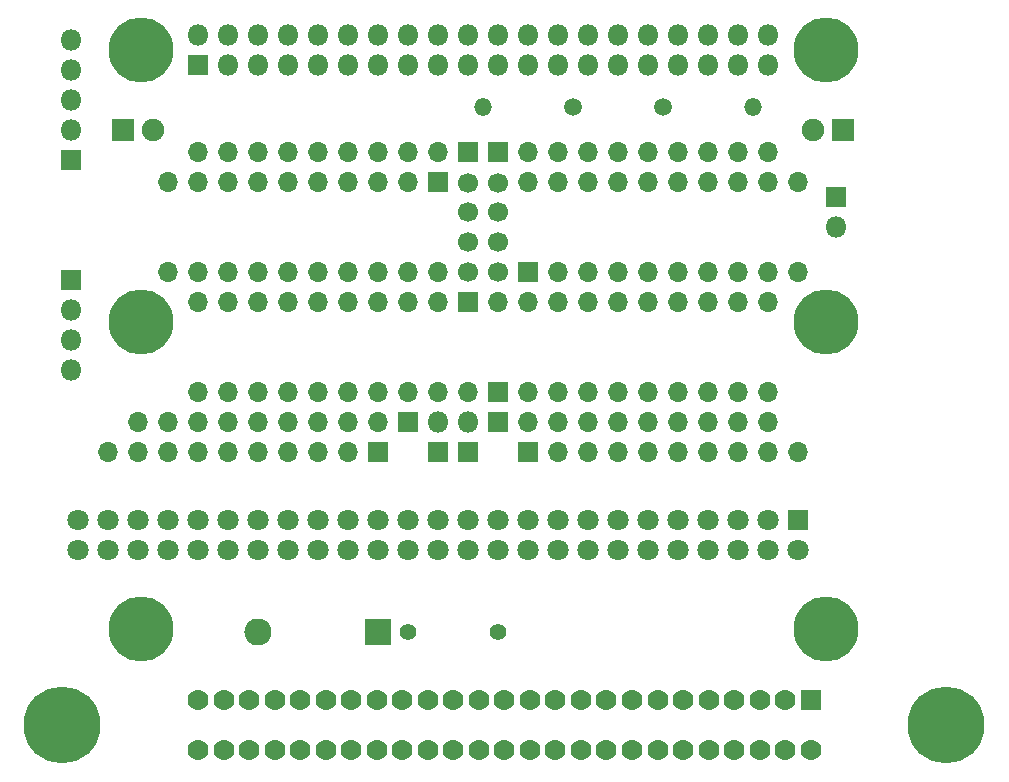
<source format=gbr>
G04 #@! TF.GenerationSoftware,KiCad,Pcbnew,(5.1.6)-1*
G04 #@! TF.CreationDate,2020-08-01T01:33:13+02:00*
G04 #@! TF.ProjectId,rascsi_din,72617363-7369-45f6-9469-6e2e6b696361,rev?*
G04 #@! TF.SameCoordinates,Original*
G04 #@! TF.FileFunction,Soldermask,Bot*
G04 #@! TF.FilePolarity,Negative*
%FSLAX46Y46*%
G04 Gerber Fmt 4.6, Leading zero omitted, Abs format (unit mm)*
G04 Created by KiCad (PCBNEW (5.1.6)-1) date 2020-08-01 01:33:13*
%MOMM*%
%LPD*%
G01*
G04 APERTURE LIST*
%ADD10C,1.776400*%
%ADD11R,1.776400X1.776400*%
%ADD12C,6.500000*%
%ADD13C,1.700000*%
%ADD14R,2.300000X2.300000*%
%ADD15O,2.300000X2.300000*%
%ADD16C,1.500000*%
%ADD17O,1.500000X1.500000*%
%ADD18R,1.700000X1.700000*%
%ADD19O,1.700000X1.700000*%
%ADD20R,1.800000X1.800000*%
%ADD21C,1.800000*%
%ADD22C,1.422400*%
%ADD23O,1.800000X1.800000*%
%ADD24C,5.500000*%
%ADD25C,0.900000*%
%ADD26R,1.900000X1.900000*%
%ADD27C,1.900000*%
G04 APERTURE END LIST*
D10*
X234720000Y-105255000D03*
X232560000Y-105255000D03*
X230400000Y-105255000D03*
X228240000Y-105255000D03*
X226080000Y-105255000D03*
X223920000Y-105255000D03*
X221760000Y-105255000D03*
X219600000Y-105255000D03*
X217440000Y-105255000D03*
X215280000Y-105255000D03*
X213120000Y-105255000D03*
X210960000Y-105255000D03*
X208800000Y-105255000D03*
X206640000Y-105255000D03*
X204480000Y-105255000D03*
X202320000Y-105255000D03*
X200160000Y-105255000D03*
X198000000Y-105255000D03*
X195840000Y-105255000D03*
X193680000Y-105255000D03*
X191520000Y-105255000D03*
X189360000Y-105255000D03*
X187200000Y-105255000D03*
X185040000Y-105255000D03*
X182880000Y-105255000D03*
D11*
X234720000Y-100965000D03*
D10*
X232560000Y-100965000D03*
X230400000Y-100965000D03*
X228240000Y-100965000D03*
X226080000Y-100965000D03*
X223920000Y-100965000D03*
X221760000Y-100965000D03*
X219600000Y-100965000D03*
X217440000Y-100965000D03*
X215280000Y-100965000D03*
X213120000Y-100965000D03*
X210960000Y-100965000D03*
X208800000Y-100965000D03*
X206640000Y-100965000D03*
X204480000Y-100965000D03*
X202320000Y-100965000D03*
X200160000Y-100965000D03*
X198000000Y-100965000D03*
X195840000Y-100965000D03*
X193680000Y-100965000D03*
X191520000Y-100965000D03*
X189360000Y-100965000D03*
X187200000Y-100965000D03*
X185040000Y-100965000D03*
X182880000Y-100965000D03*
D12*
X171375000Y-103110000D03*
X246225000Y-103110000D03*
D13*
X208280000Y-62230000D03*
X208280000Y-64730000D03*
X205740000Y-57190000D03*
X205740000Y-59690000D03*
X205740000Y-64730000D03*
X205740000Y-62230000D03*
X208280000Y-57190000D03*
X208280000Y-59690000D03*
D14*
X198120000Y-95250000D03*
D15*
X187960000Y-95250000D03*
D16*
X222250000Y-50800000D03*
D17*
X229870000Y-50800000D03*
D18*
X208280000Y-77470000D03*
D19*
X210820000Y-77470000D03*
X213360000Y-77470000D03*
X215900000Y-77470000D03*
X218440000Y-77470000D03*
X220980000Y-77470000D03*
X223520000Y-77470000D03*
X226060000Y-77470000D03*
X228600000Y-77470000D03*
X231140000Y-77470000D03*
D18*
X200660000Y-77470000D03*
D19*
X198120000Y-77470000D03*
X195580000Y-77470000D03*
X193040000Y-77470000D03*
X190500000Y-77470000D03*
X187960000Y-77470000D03*
X185420000Y-77470000D03*
X182880000Y-77470000D03*
X180340000Y-77470000D03*
X177800000Y-77470000D03*
D18*
X205740000Y-54610000D03*
D19*
X203200000Y-54610000D03*
X200660000Y-54610000D03*
X198120000Y-54610000D03*
X195580000Y-54610000D03*
X193040000Y-54610000D03*
X190500000Y-54610000D03*
X187960000Y-54610000D03*
X185420000Y-54610000D03*
X182880000Y-54610000D03*
D18*
X210820000Y-64770000D03*
D19*
X233680000Y-57150000D03*
X213360000Y-64770000D03*
X231140000Y-57150000D03*
X215900000Y-64770000D03*
X228600000Y-57150000D03*
X218440000Y-64770000D03*
X226060000Y-57150000D03*
X220980000Y-64770000D03*
X223520000Y-57150000D03*
X223520000Y-64770000D03*
X220980000Y-57150000D03*
X226060000Y-64770000D03*
X218440000Y-57150000D03*
X228600000Y-64770000D03*
X215900000Y-57150000D03*
X231140000Y-64770000D03*
X213360000Y-57150000D03*
X233680000Y-64770000D03*
X210820000Y-57150000D03*
D20*
X233680000Y-85725000D03*
D21*
X233680000Y-88265000D03*
X231140000Y-85725000D03*
X231140000Y-88265000D03*
X228600000Y-85725000D03*
X228600000Y-88265000D03*
X226060000Y-85725000D03*
X226060000Y-88265000D03*
X223520000Y-85725000D03*
X223520000Y-88265000D03*
X220980000Y-85725000D03*
X220980000Y-88265000D03*
X218440000Y-85725000D03*
X218440000Y-88265000D03*
X215900000Y-85725000D03*
X215900000Y-88265000D03*
X213360000Y-85725000D03*
X213360000Y-88265000D03*
X210820000Y-85725000D03*
X210820000Y-88265000D03*
X208280000Y-85725000D03*
X208280000Y-88265000D03*
X205740000Y-85725000D03*
X205740000Y-88265000D03*
X203200000Y-85725000D03*
X203200000Y-88265000D03*
X200660000Y-85725000D03*
X200660000Y-88265000D03*
X198120000Y-85725000D03*
X198120000Y-88265000D03*
X195580000Y-85725000D03*
X195580000Y-88265000D03*
X193040000Y-85725000D03*
X193040000Y-88265000D03*
X190500000Y-85725000D03*
X190500000Y-88265000D03*
X187960000Y-85725000D03*
X187960000Y-88265000D03*
X185420000Y-85725000D03*
X185420000Y-88265000D03*
X182880000Y-85725000D03*
X182880000Y-88265000D03*
X180340000Y-85725000D03*
X180340000Y-88265000D03*
X177800000Y-85725000D03*
X177800000Y-88265000D03*
X175260000Y-85725000D03*
X175260000Y-88265000D03*
X172720000Y-85725000D03*
X172720000Y-88265000D03*
D22*
X200660000Y-95250000D03*
X208280000Y-95250000D03*
D16*
X214630000Y-50800000D03*
D17*
X207010000Y-50800000D03*
D20*
X172085000Y-65405000D03*
D23*
X172085000Y-67945000D03*
X172085000Y-70485000D03*
X172085000Y-73025000D03*
D18*
X198120000Y-80010000D03*
D19*
X195580000Y-80010000D03*
X193040000Y-80010000D03*
X190500000Y-80010000D03*
X187960000Y-80010000D03*
X185420000Y-80010000D03*
X182880000Y-80010000D03*
X180340000Y-80010000D03*
X177800000Y-80010000D03*
X175260000Y-80010000D03*
D20*
X182880000Y-47270000D03*
D23*
X182880000Y-44730000D03*
X185420000Y-47270000D03*
X185420000Y-44730000D03*
X187960000Y-47270000D03*
X187960000Y-44730000D03*
X190500000Y-47270000D03*
X190500000Y-44730000D03*
X193040000Y-47270000D03*
X193040000Y-44730000D03*
X195580000Y-47270000D03*
X195580000Y-44730000D03*
X198120000Y-47270000D03*
X198120000Y-44730000D03*
X200660000Y-47270000D03*
X200660000Y-44730000D03*
X203200000Y-47270000D03*
X203200000Y-44730000D03*
X205740000Y-47270000D03*
X205740000Y-44730000D03*
X208280000Y-47270000D03*
X208280000Y-44730000D03*
X210820000Y-47270000D03*
X210820000Y-44730000D03*
X213360000Y-47270000D03*
X213360000Y-44730000D03*
X215900000Y-47270000D03*
X215900000Y-44730000D03*
X218440000Y-47270000D03*
X218440000Y-44730000D03*
X220980000Y-47270000D03*
X220980000Y-44730000D03*
X223520000Y-47270000D03*
X223520000Y-44730000D03*
X226060000Y-47270000D03*
X226060000Y-44730000D03*
X228600000Y-47270000D03*
X228600000Y-44730000D03*
X231140000Y-47270000D03*
X231140000Y-44730000D03*
D18*
X208280000Y-74930000D03*
D19*
X231140000Y-67310000D03*
X210820000Y-74930000D03*
X228600000Y-67310000D03*
X213360000Y-74930000D03*
X226060000Y-67310000D03*
X215900000Y-74930000D03*
X223520000Y-67310000D03*
X218440000Y-74930000D03*
X220980000Y-67310000D03*
X220980000Y-74930000D03*
X218440000Y-67310000D03*
X223520000Y-74930000D03*
X215900000Y-67310000D03*
X226060000Y-74930000D03*
X213360000Y-67310000D03*
X228600000Y-74930000D03*
X210820000Y-67310000D03*
X231140000Y-74930000D03*
X208280000Y-67310000D03*
D18*
X205740000Y-67310000D03*
D19*
X182880000Y-74930000D03*
X203200000Y-67310000D03*
X185420000Y-74930000D03*
X200660000Y-67310000D03*
X187960000Y-74930000D03*
X198120000Y-67310000D03*
X190500000Y-74930000D03*
X195580000Y-67310000D03*
X193040000Y-74930000D03*
X193040000Y-67310000D03*
X195580000Y-74930000D03*
X190500000Y-67310000D03*
X198120000Y-74930000D03*
X187960000Y-67310000D03*
X200660000Y-74930000D03*
X185420000Y-67310000D03*
X203200000Y-74930000D03*
X182880000Y-67310000D03*
X205740000Y-74930000D03*
D18*
X203200000Y-57150000D03*
D19*
X180340000Y-64770000D03*
X200660000Y-57150000D03*
X182880000Y-64770000D03*
X198120000Y-57150000D03*
X185420000Y-64770000D03*
X195580000Y-57150000D03*
X187960000Y-64770000D03*
X193040000Y-57150000D03*
X190500000Y-64770000D03*
X190500000Y-57150000D03*
X193040000Y-64770000D03*
X187960000Y-57150000D03*
X195580000Y-64770000D03*
X185420000Y-57150000D03*
X198120000Y-64770000D03*
X182880000Y-57150000D03*
X200660000Y-64770000D03*
X180340000Y-57150000D03*
X203200000Y-64770000D03*
D18*
X210820000Y-80010000D03*
D19*
X213360000Y-80010000D03*
X215900000Y-80010000D03*
X218440000Y-80010000D03*
X220980000Y-80010000D03*
X223520000Y-80010000D03*
X226060000Y-80010000D03*
X228600000Y-80010000D03*
X231140000Y-80010000D03*
X233680000Y-80010000D03*
D18*
X208280000Y-54610000D03*
D19*
X210820000Y-54610000D03*
X213360000Y-54610000D03*
X215900000Y-54610000D03*
X218440000Y-54610000D03*
X220980000Y-54610000D03*
X223520000Y-54610000D03*
X226060000Y-54610000D03*
X228600000Y-54610000D03*
X231140000Y-54610000D03*
D20*
X203200000Y-80010000D03*
D23*
X203200000Y-77470000D03*
D20*
X205740000Y-80010000D03*
D23*
X205740000Y-77470000D03*
D20*
X172085000Y-55245000D03*
D23*
X172085000Y-52705000D03*
X172085000Y-50165000D03*
X172085000Y-47625000D03*
X172085000Y-45085000D03*
D24*
X236000000Y-95000000D03*
D25*
X238025000Y-95000000D03*
X237431891Y-96431891D03*
X236000000Y-97025000D03*
X234568109Y-96431891D03*
X233975000Y-95000000D03*
X234568109Y-93568109D03*
X236000000Y-92975000D03*
X237431891Y-93568109D03*
D24*
X178000000Y-95000000D03*
D25*
X180025000Y-95000000D03*
X179431891Y-96431891D03*
X178000000Y-97025000D03*
X176568109Y-96431891D03*
X175975000Y-95000000D03*
X176568109Y-93568109D03*
X178000000Y-92975000D03*
X179431891Y-93568109D03*
D24*
X236000000Y-69000000D03*
D25*
X238025000Y-69000000D03*
X237431891Y-70431891D03*
X236000000Y-71025000D03*
X234568109Y-70431891D03*
X233975000Y-69000000D03*
X234568109Y-67568109D03*
X236000000Y-66975000D03*
X237431891Y-67568109D03*
D24*
X178000000Y-69000000D03*
D25*
X180025000Y-69000000D03*
X179431891Y-70431891D03*
X178000000Y-71025000D03*
X176568109Y-70431891D03*
X175975000Y-69000000D03*
X176568109Y-67568109D03*
X178000000Y-66975000D03*
X179431891Y-67568109D03*
D24*
X236000000Y-46000000D03*
D25*
X238025000Y-46000000D03*
X237431891Y-47431891D03*
X236000000Y-48025000D03*
X234568109Y-47431891D03*
X233975000Y-46000000D03*
X234568109Y-44568109D03*
X236000000Y-43975000D03*
X237431891Y-44568109D03*
D24*
X178000000Y-46000000D03*
D25*
X180025000Y-46000000D03*
X179431891Y-47431891D03*
X178000000Y-48025000D03*
X176568109Y-47431891D03*
X175975000Y-46000000D03*
X176568109Y-44568109D03*
X178000000Y-43975000D03*
X179431891Y-44568109D03*
D26*
X176530000Y-52705000D03*
D27*
X179070000Y-52705000D03*
D26*
X237490000Y-52705000D03*
D27*
X234950000Y-52705000D03*
D20*
X236855000Y-58420000D03*
D23*
X236855000Y-60960000D03*
M02*

</source>
